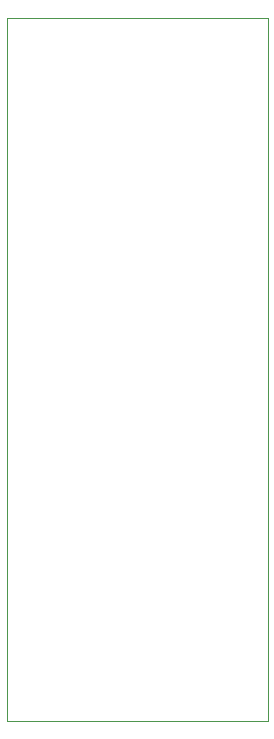
<source format=gbr>
%TF.GenerationSoftware,KiCad,Pcbnew,(5.1.6)-1*%
%TF.CreationDate,2020-08-18T19:37:20-07:00*%
%TF.ProjectId,RGBW Driver,52474257-2044-4726-9976-65722e6b6963,rev?*%
%TF.SameCoordinates,Original*%
%TF.FileFunction,Profile,NP*%
%FSLAX46Y46*%
G04 Gerber Fmt 4.6, Leading zero omitted, Abs format (unit mm)*
G04 Created by KiCad (PCBNEW (5.1.6)-1) date 2020-08-18 19:37:20*
%MOMM*%
%LPD*%
G01*
G04 APERTURE LIST*
%TA.AperFunction,Profile*%
%ADD10C,0.050000*%
%TD*%
G04 APERTURE END LIST*
D10*
X71220000Y-80240000D02*
X71220000Y-20680000D01*
X93310000Y-80240000D02*
X71220000Y-80240000D01*
X93310000Y-20690000D02*
X93310000Y-80240000D01*
X71220000Y-20690000D02*
X93310000Y-20690000D01*
M02*

</source>
